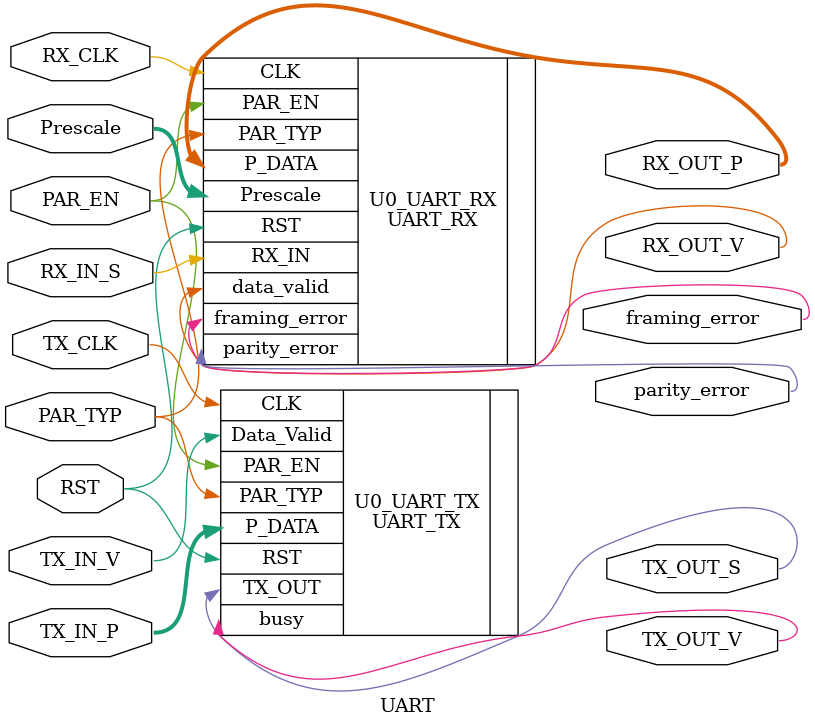
<source format=v>
module UART (
	input	wire			TX_CLK,
	input	wire	[7:0]	TX_IN_P,
	input	wire			TX_IN_V,
	output	reg				TX_OUT_S,
	output	reg				TX_OUT_V,
	input	wire			RST,
	input	wire			PAR_TYP,
	input	wire			PAR_EN,
	input	wire			RX_CLK,
	input	wire			RX_IN_S,
	input	wire	[5:0]	Prescale,
	output	reg		[7:0]	RX_OUT_P,
	output	reg				RX_OUT_V,
	output	reg				parity_error,
	output	reg				framing_error
	);


UART_TX U0_UART_TX (
	.P_DATA(TX_IN_P),
	.Data_Valid(TX_IN_V),
	.PAR_EN(PAR_EN),
	.PAR_TYP(PAR_TYP),
	.CLK(TX_CLK),
	.RST(RST),
	.TX_OUT(TX_OUT_S),
	.busy(TX_OUT_V)
	);


UART_RX U0_UART_RX (
	.CLK(RX_CLK),
	.RST(RST),
	.RX_IN(RX_IN_S),
	.Prescale(Prescale),
	.PAR_EN(PAR_EN),
	.PAR_TYP(PAR_TYP),
	.data_valid(RX_OUT_V),
	.P_DATA(RX_OUT_P),
	.parity_error (parity_error),
	.framing_error(framing_error)
	);


endmodule
</source>
